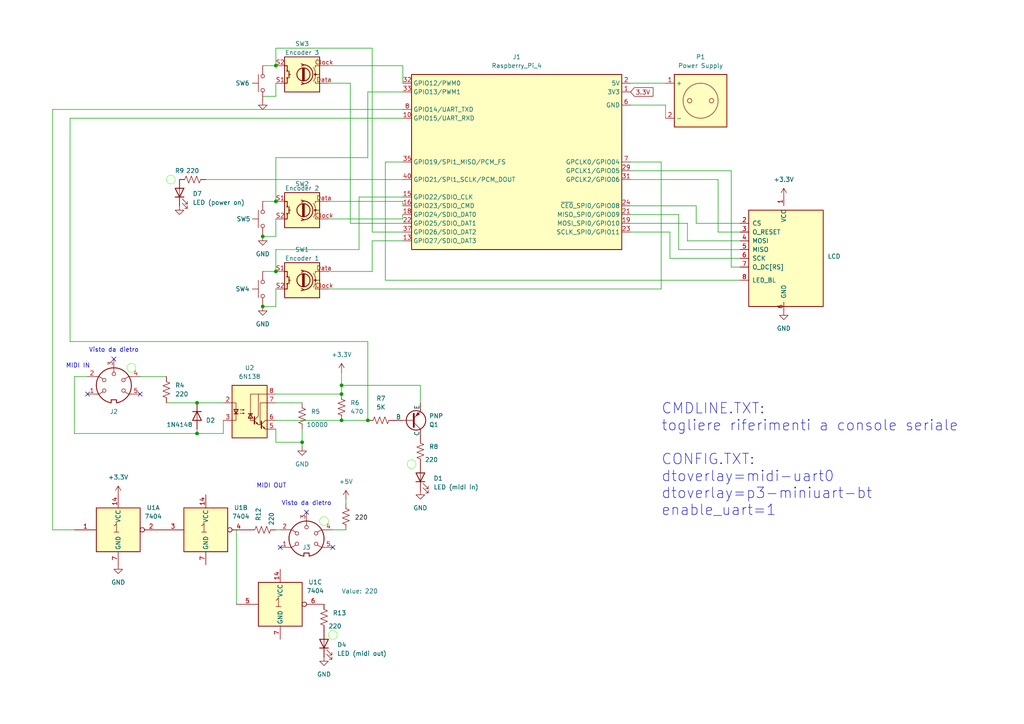
<source format=kicad_sch>
(kicad_sch (version 20250114) (generator "eeschema") (generator_version "9.0")
  (paper "A4")
  (lib_symbols
    (symbol "7404_1"
      (property "Reference" "U" (at 5.08 7.62 0))
      (property "Value" "7404" (at 3.81 -8.89 0))
      (symbol "7404_1_0_0"
        (text "1" (at -0.508 0.508 0) (effects (font (size 2.54 2.54))))
      )
      (symbol "7404_1_0_1"
        (rectangle (start -6.35 6.35) (end 6.35 -6.35) (stroke (width 0.254)) (fill (type background)))
        (pin power_in line (at 0 10.16 270) (length 3.81) (name "VCC") (number "14"))
        (pin power_in line (at 0 -10.16 90) (length 3.81) (name "GND") (number "7"))
      )
      (symbol "7404_1_1_1"
        (pin input line (at -12.7 0 0) (length 6.35) (name "~") (number "1"))
        (pin input inverted (at 12.7 0 180) (length 6.35) (name "~") (number "2"))
      )
      (symbol "7404_1_2_1"
        (pin input line (at -12.7 0 0) (length 6.35) (name "~") (number "3"))
        (pin input inverted (at 12.7 0 180) (length 6.35) (name "~") (number "4"))
      )
      (symbol "7404_1_3_1"
        (pin input line (at -12.7 0 0) (length 6.35) (name "~") (number "5"))
        (pin input inverted (at 12.7 0 180) (length 6.35) (name "~") (number "6"))
      )
      (symbol "7404_1_4_1"
        (pin input line (at -12.7 0 0) (length 6.35) (name "~") (number "9"))
        (pin input inverted (at 12.7 0 180) (length 6.35) (name "~") (number "8"))
      )
      (symbol "7404_1_5_1"
        (pin input line (at -12.7 0 0) (length 6.35) (name "~") (number "11"))
        (pin input inverted (at 12.7 0 180) (length 6.35) (name "~") (number "10"))
      )
      (symbol "7404_1_6_1"
        (pin input line (at -12.7 0 0) (length 6.35) (name "~") (number "13"))
        (pin input inverted (at 12.7 0 180) (length 6.35) (name "~") (number "12"))
      )
    )
    (symbol "74xx_IEEE:7404"
      (property "Reference" "U" (at 5.08 7.62 0))
      (property "Value" "7404" (at 3.81 -8.89 0))
      (symbol "7404_0_0"
        (text "1" (at -0.508 0.508 0) (effects (font (size 2.54 2.54))))
      )
      (symbol "7404_0_1"
        (rectangle (start -6.35 6.35) (end 6.35 -6.35) (stroke (width 0.254)) (fill (type background)))
        (pin power_in line (at 0 10.16 270) (length 3.81) (name "VCC") (number "14"))
        (pin power_in line (at 0 -10.16 90) (length 3.81) (name "GND") (number "7"))
      )
      (symbol "7404_1_1"
        (pin input line (at -12.7 0 0) (length 6.35) (name "~") (number "1"))
        (pin input inverted (at 12.7 0 180) (length 6.35) (name "~") (number "2"))
      )
      (symbol "7404_2_1"
        (pin input line (at -12.7 0 0) (length 6.35) (name "~") (number "3"))
        (pin input inverted (at 12.7 0 180) (length 6.35) (name "~") (number "4"))
      )
      (symbol "7404_3_1"
        (pin input line (at -12.7 0 0) (length 6.35) (name "~") (number "5"))
        (pin input inverted (at 12.7 0 180) (length 6.35) (name "~") (number "6"))
      )
      (symbol "7404_4_1"
        (pin input line (at -12.7 0 0) (length 6.35) (name "~") (number "9"))
        (pin input inverted (at 12.7 0 180) (length 6.35) (name "~") (number "8"))
      )
      (symbol "7404_5_1"
        (pin input line (at -12.7 0 0) (length 6.35) (name "~") (number "11"))
        (pin input inverted (at 12.7 0 180) (length 6.35) (name "~") (number "10"))
      )
      (symbol "7404_6_1"
        (pin input line (at -12.7 0 0) (length 6.35) (name "~") (number "13"))
        (pin input inverted (at 12.7 0 180) (length 6.35) (name "~") (number "12"))
      )
    )
    (symbol "Connector:Conn_Plug_2P"
      (property "Reference" "P1" (at 0 12.7 0))
      (property "Value" "Power Supply" (at 0 10.16 0))
      (symbol "Conn_Plug_2P_0_1"
        (circle (center 0 0) (radius 5.08))
      )
      (symbol "Conn_Plug_2P_1_1"
        (rectangle (start -7.62 7.62) (end 7.62 -7.62) (stroke (width 0.254)) (fill (type background)))
        (circle (center -3.175 0) (radius 0.635))
        (circle (center 3.175 0) (radius 0.635))
        (pin power_in line (at 10.16 5.08 180) (length 2.54) (name "+") (number "1"))
        (pin power_out line (at 10.16 -5.08 180) (length 2.54) (name "-") (number "2"))
      )
    )
    (symbol "Connector:DIN-5" (pin_names (offset 1.016))
      (property "Reference" "J" (at 3.175 5.715 0))
      (property "Value" "DIN-5" (at 0 -6.35 0))
      (symbol "DIN-5_0_1"
        (polyline (pts (xy -5.08 2.54) (xy -4.318 2.54) (xy -3.175 1.905)))
        (polyline (pts (xy -5.08 -2.54) (xy -4.318 -2.54) (xy -3.175 -1.905)))
        (circle (center -2.794 1.524) (radius 0.508))
        (circle (center -2.794 -1.524) (radius 0.508))
        (polyline (pts (xy -0.762 -4.953) (xy -0.762 -4.191) (xy 0.762 -4.191) (xy 0.762 -4.953)) (stroke (width 0.254)))
        (arc (start 5.08 0) (mid 3.8673 -3.3444) (end 0.762 -5.08) (stroke (width 0.254)))
        (polyline (pts (xy 0 5.08) (xy 0 3.81)))
        (circle (center 0 3.302) (radius 0.508))
        (arc (start -5.08 0) (mid 0 5.0579) (end 5.08 0) (stroke (width 0.254)))
        (arc (start -0.762 -5.08) (mid -3.8597 -3.3379) (end -5.08 0) (stroke (width 0.254)))
        (circle (center 2.794 1.524) (radius 0.508))
        (circle (center 2.794 -1.524) (radius 0.508))
        (polyline (pts (xy 5.08 2.54) (xy 4.318 2.54) (xy 3.175 1.905)))
        (polyline (pts (xy 5.08 -2.54) (xy 4.318 -2.54) (xy 3.175 -1.905)))
      )
      (symbol "DIN-5_1_1"
        (pin passive line (at -7.62 2.54 0) (length 2.54) (name "~") (number "2"))
        (pin passive line (at -7.62 -2.54 0) (length 2.54) (name "~") (number "1"))
        (pin passive line (at 0 7.62 270) (length 2.54) (name "~") (number "3"))
        (pin passive line (at 7.62 2.54 180) (length 2.54) (name "~") (number "4"))
        (pin passive line (at 7.62 -2.54 180) (length 2.54) (name "~") (number "5"))
      )
    )
    (symbol "Connector:Raspberry_Pi_4"
      (property "Reference" "J1" (at 0 30.48 0))
      (property "Value" "Raspberry_Pi_4" (at 0 27.94 0))
      (symbol "Raspberry_Pi_4_0_1"
        (rectangle (start -30.48 25.4) (end 30.48 -25.4) (stroke (width 0.254)) (fill (type background)))
      )
      (symbol "Raspberry_Pi_4_1_1"
        (pin bidirectional line (at -33.02 22.86 0) (length 2.54) (name "GPIO12/PWM0") (number "32"))
        (pin bidirectional line (at -33.02 20.32 0) (length 2.54) (name "GPIO13/PWM1") (number "33"))
        (pin bidirectional line (at -33.02 15.24 0) (length 2.54) (name "GPIO14/UART_TXD") (number "8"))
        (pin bidirectional line (at -33.02 12.7 0) (length 2.54) (name "GPIO15/UART_RXD") (number "10"))
        (pin bidirectional line (at -33.02 0 0) (length 2.54) (name "GPIO19/SPI1_MISO/PCM_FS") (number "35"))
        (pin bidirectional line (at -33.02 -5.08 0) (length 2.54) (name "GPIO21/SPI1_SCLK/PCM_DOUT") (number "40"))
        (pin bidirectional line (at -33.02 -10.16 0) (length 2.54) (name "GPIO22/SDIO_CLK") (number "15"))
        (pin bidirectional line (at -33.02 -12.7 0) (length 2.54) (name "GPIO23/SDIO_CMD") (number "16"))
        (pin bidirectional line (at -33.02 -15.24 0) (length 2.54) (name "GPIO24/SDIO_DAT0") (number "18"))
        (pin bidirectional line (at -33.02 -17.78 0) (length 2.54) (name "GPIO25/SDIO_DAT1") (number "22"))
        (pin bidirectional line (at -33.02 -20.32 0) (length 2.54) (name "GPIO26/SDIO_DAT2") (number "37"))
        (pin bidirectional line (at -33.02 -22.86 0) (length 2.54) (name "GPIO27/SDIO_DAT3") (number "13"))
        (pin passive line (at 0 -27.94 90) (length 2.54) (hide yes) (name "GND") (number "14"))
        (pin passive line (at 0 -27.94 90) (length 2.54) (hide yes) (name "GND") (number "20"))
        (pin passive line (at 0 -27.94 90) (length 2.54) (hide yes) (name "GND") (number "25"))
        (pin passive line (at 0 -27.94 90) (length 2.54) (hide yes) (name "GND") (number "30"))
        (pin passive line (at 0 -27.94 90) (length 2.54) (hide yes) (name "GND") (number "34"))
        (pin passive line (at 0 -27.94 90) (length 2.54) (hide yes) (name "GND") (number "39"))
        (pin passive line (at 0 -27.94 90) (length 2.54) (hide yes) (name "GND") (number "9"))
        (pin power_out line (at 33.02 22.86 180) (length 2.54) (name "5V") (number "2"))
        (pin passive line (at 33.02 22.86 180) (length 2.54) (hide yes) (name "5V") (number "4"))
        (pin power_out line (at 33.02 20.32 180) (length 2.54) (name "3V3") (number "1"))
        (pin passive line (at 33.02 20.32 180) (length 2.54) (hide yes) (name "3V3") (number "17"))
        (pin power_out line (at 33.02 16.51 180) (length 2.54) (name "GND") (number "6"))
        (pin bidirectional line (at 33.02 0 180) (length 2.54) (name "GPCLK0/GPIO04") (number "7"))
        (pin bidirectional line (at 33.02 -2.54 180) (length 2.54) (name "GPCLK1/GPIO05") (number "29"))
        (pin bidirectional line (at 33.02 -5.08 180) (length 2.54) (name "GPCLK2/GPIO06") (number "31"))
        (pin bidirectional line (at 33.02 -12.7 180) (length 2.54) (name "~{CE0}_SPI0/GPIO08") (number "24"))
        (pin bidirectional line (at 33.02 -15.24 180) (length 2.54) (name "MISO_SPI0/GPIO09") (number "21"))
        (pin bidirectional line (at 33.02 -17.78 180) (length 2.54) (name "MOSI_SPI0/GPIO10") (number "19"))
        (pin bidirectional line (at 33.02 -20.32 180) (length 2.54) (name "SCLK_SPI0/GPIO11") (number "23"))
      )
    )
    (symbol "Device:LED" (pin_numbers (hide yes)) (pin_names (offset 1.016) (hide yes))
      (property "Reference" "D" (at 0 2.54 0))
      (property "Value" "LED" (at 0 -2.54 0))
      (symbol "LED_0_1"
        (polyline (pts (xy -3.048 -0.762) (xy -4.572 -2.286) (xy -3.81 -2.286) (xy -4.572 -2.286) (xy -4.572 -1.524)))
        (polyline (pts (xy -1.778 -0.762) (xy -3.302 -2.286) (xy -2.54 -2.286) (xy -3.302 -2.286) (xy -3.302 -1.524)))
        (polyline (pts (xy -1.27 0) (xy 1.27 0)))
        (polyline (pts (xy -1.27 -1.27) (xy -1.27 1.27)) (stroke (width 0.254)))
        (polyline (pts (xy 1.27 -1.27) (xy 1.27 1.27) (xy -1.27 0) (xy 1.27 -1.27)) (stroke (width 0.254)))
      )
      (symbol "LED_1_1"
        (pin passive line (at -3.81 0 0) (length 2.54) (name "K") (number "1"))
        (pin passive line (at 3.81 0 180) (length 2.54) (name "A") (number "2"))
      )
    )
    (symbol "Device:R_US" (pin_numbers (hide yes)) (pin_names (offset 0))
      (property "Reference" "R" (at 2.54 0 90))
      (property "Value" "R_US" (at -2.54 0 90))
      (symbol "R_US_0_1"
        (polyline (pts (xy 0 2.286) (xy 0 2.54)))
        (polyline (pts (xy 0 2.286) (xy 1.016 1.905) (xy 0 1.524) (xy -1.016 1.143) (xy 0 0.762)))
        (polyline (pts (xy 0 0.762) (xy 1.016 0.381) (xy 0 0) (xy -1.016 -0.381) (xy 0 -0.762)))
        (polyline (pts (xy 0 -0.762) (xy 1.016 -1.143) (xy 0 -1.524) (xy -1.016 -1.905) (xy 0 -2.286)))
        (polyline (pts (xy 0 -2.286) (xy 0 -2.54)))
      )
      (symbol "R_US_1_1"
        (pin passive line (at 0 3.81 270) (length 1.27) (name "~") (number "1"))
        (pin passive line (at 0 -3.81 90) (length 1.27) (name "~") (number "2"))
      )
    )
    (symbol "Diode:1N4148" (pin_numbers (hide yes)) (pin_names (hide yes))
      (property "Reference" "D" (at 0 2.54 0))
      (property "Value" "1N4148" (at 0 -2.54 0))
      (symbol "1N4148_0_1"
        (polyline (pts (xy -1.27 1.27) (xy -1.27 -1.27)) (stroke (width 0.254)))
        (polyline (pts (xy 1.27 1.27) (xy 1.27 -1.27) (xy -1.27 0) (xy 1.27 1.27)) (stroke (width 0.254)))
        (polyline (pts (xy 1.27 0) (xy -1.27 0)))
      )
      (symbol "1N4148_1_1"
        (pin passive line (at -3.81 0 0) (length 2.54) (name "K") (number "1"))
        (pin passive line (at 3.81 0 180) (length 2.54) (name "A") (number "2"))
      )
    )
    (symbol "Display_Graphic:EA_eDIP320B-8LW" (pin_names (offset 1.016))
      (property "Value" "LCD" (at 12.7 13.2716 0))
      (symbol "EA_eDIP320B-8LW_0_1"
        (rectangle (start -10.16 26.67) (end 11.43 -1.27) (stroke (width 0.254)) (fill (type background)))
      )
      (symbol "EA_eDIP320B-8LW_1_1"
        (pin input line (at -12.7 22.86 0) (length 2.54) (name "CS") (number "2"))
        (pin output line (at -12.7 20.32 0) (length 2.54) (name "O_RESET") (number "3"))
        (pin input line (at -12.7 17.78 0) (length 2.54) (name "MOSI") (number "4"))
        (pin output line (at -12.7 15.24 0) (length 2.54) (name "MISO") (number "5"))
        (pin output line (at -12.7 12.7 0) (length 2.54) (name "SCK") (number "6"))
        (pin input line (at -12.7 10.16 0) (length 2.54) (name "O_DC[RS]") (number "7"))
        (pin input line (at -12.7 6.35 0) (length 2.54) (name "LED_BL") (number "8"))
        (pin power_in line (at 0 30.48 270) (length 2.54) (name "VCC") (number "1"))
        (pin power_in line (at 0 -2.54 90) (length 2.54) (name "GND") (number "6"))
      )
    )
    (symbol "Isolator:6N138" (pin_names (offset 1.016) (hide yes))
      (property "Reference" "U" (at -4.064 8.89 0))
      (property "Value" "6N138" (at 2.286 8.89 0))
      (symbol "6N138_0_1"
        (rectangle (start -5.08 7.62) (end 5.08 -7.62) (stroke (width 0.254)) (fill (type background)))
        (polyline (pts (xy -5.08 -2.54) (xy -3.937 -2.54) (xy -3.937 2.54) (xy -5.08 2.54)))
        (polyline (pts (xy -4.572 -0.635) (xy -3.302 -0.635)) (stroke (width 0.254)))
        (polyline (pts (xy -3.937 -0.635) (xy -4.572 0.635) (xy -3.302 0.635) (xy -3.937 -0.635)) (stroke (width 0.254)))
        (polyline (pts (xy -2.794 0.508) (xy -1.524 0.508) (xy -1.905 0.381) (xy -1.905 0.635) (xy -1.524 0.508)))
        (polyline (pts (xy -2.794 -0.508) (xy -1.524 -0.508) (xy -1.905 -0.635) (xy -1.905 -0.381) (xy -1.524 -0.508)))
        (polyline (pts (xy 0.254 -0.635) (xy 0.889 -1.905) (xy -0.381 -1.905) (xy 0.254 -0.635)) (stroke (width 0.254)))
        (polyline (pts (xy 0.889 -0.635) (xy -0.381 -0.635)) (stroke (width 0.254)))
        (polyline (pts (xy 1.27 -2.54) (xy 0.254 -2.54) (xy 0.254 5.08) (xy 2.54 5.08)))
        (polyline (pts (xy 1.397 -1.524) (xy 1.397 -3.556) (xy 1.397 -3.556)) (stroke (width 0.3556)))
        (polyline (pts (xy 1.397 -2.413) (xy 2.54 -1.27)))
        (polyline (pts (xy 1.397 -2.667) (xy 2.54 -3.81)))
        (polyline (pts (xy 2.413 -3.683) (xy 2.159 -3.175) (xy 1.905 -3.429) (xy 2.413 -3.683)))
        (polyline (pts (xy 2.54 -1.27) (xy 2.54 5.08) (xy 5.08 5.08)))
        (polyline (pts (xy 2.54 -3.81) (xy 3.175 -3.81)))
        (polyline (pts (xy 3.429 -2.794) (xy 3.429 -4.826) (xy 3.429 -4.826)) (stroke (width 0.3556)))
        (polyline (pts (xy 3.429 -3.683) (xy 4.572 -2.54)))
        (polyline (pts (xy 3.429 -3.937) (xy 4.572 -5.08)))
        (polyline (pts (xy 4.445 -4.953) (xy 4.191 -4.445) (xy 3.937 -4.699) (xy 4.445 -4.953)))
        (polyline (pts (xy 4.572 -2.54) (xy 5.08 -2.54)))
        (polyline (pts (xy 4.572 -5.08) (xy 5.08 -5.08)))
        (polyline (pts (xy 5.08 2.54) (xy 3.048 2.54) (xy 3.048 -3.81)))
      )
      (symbol "6N138_1_1"
        (pin passive line (at -7.62 2.54 0) (length 2.54) (name "C1") (number "2"))
        (pin passive line (at -7.62 -2.54 0) (length 2.54) (name "C2") (number "3"))
        (pin no_connect line (at -5.08 5.08 0) (length 2.54) (hide yes) (name "NC") (number "1"))
        (pin no_connect line (at -5.08 -5.08 0) (length 2.54) (hide yes) (name "NC") (number "4"))
        (pin passive line (at 7.62 5.08 180) (length 2.54) (name "VCC") (number "8"))
        (pin passive line (at 7.62 2.54 180) (length 2.54) (name "VO1") (number "7"))
        (pin passive line (at 7.62 -2.54 180) (length 2.54) (name "VO2") (number "6"))
        (pin passive line (at 7.62 -5.08 180) (length 2.54) (name "GND") (number "5"))
      )
    )
    (symbol "RotaryEncoder_Switch_1" (pin_names (offset 0.254) (hide yes))
      (property "Reference" "SW1" (at 0 10.16 0))
      (property "Value" "RotaryEncoder_Switch" (at 0 7.62 0))
      (symbol "RotaryEncoder_Switch_1_0_1"
        (rectangle (start -5.08 5.08) (end 5.08 -5.08) (stroke (width 0.254)) (fill (type background)))
        (polyline (pts (xy -5.08 2.54) (xy -3.81 2.54) (xy -3.81 2.032)))
        (polyline (pts (xy -5.08 0) (xy -3.81 0) (xy -3.81 -1.016) (xy -3.302 -2.032)))
        (polyline (pts (xy -5.08 -2.54) (xy -3.81 -2.54) (xy -3.81 -2.032)))
        (polyline (pts (xy -4.318 0) (xy -3.81 0) (xy -3.81 1.016) (xy -3.302 2.032)))
        (circle (center -3.81 0) (radius 0.254) (fill (type outline)))
        (polyline (pts (xy -0.635 -1.778) (xy -0.635 1.778)) (stroke (width 0.254)))
        (circle (center -0.381 0) (radius 1.905) (stroke (width 0.254)))
        (polyline (pts (xy -0.381 -1.778) (xy -0.381 1.778)) (stroke (width 0.254)))
        (arc (start -0.381 -2.794) (mid -3.0988 -0.0635) (end -0.381 2.667) (stroke (width 0.254)))
        (polyline (pts (xy -0.127 1.778) (xy -0.127 -1.778)) (stroke (width 0.254)))
        (polyline (pts (xy 0.254 2.921) (xy -0.508 2.667) (xy 0.127 2.286)) (stroke (width 0.254)))
        (polyline (pts (xy 0.254 -3.048) (xy -0.508 -2.794) (xy 0.127 -2.413)) (stroke (width 0.254)))
        (polyline (pts (xy 3.81 1.016) (xy 3.81 -1.016)) (stroke (width 0.254)))
        (polyline (pts (xy 3.81 0) (xy 3.429 0)) (stroke (width 0.254)))
        (circle (center 4.318 1.016) (radius 0.127) (stroke (width 0.254)))
        (circle (center 4.318 -1.016) (radius 0.127) (stroke (width 0.254)))
        (polyline (pts (xy 5.08 2.54) (xy 4.318 2.54) (xy 4.318 1.016)) (stroke (width 0.254)))
        (polyline (pts (xy 5.08 -2.54) (xy 4.318 -2.54) (xy 4.318 -1.016)) (stroke (width 0.254)))
      )
      (symbol "RotaryEncoder_Switch_1_1_1"
        (pin passive line (at -7.62 2.54 0) (length 2.54) (name "Data") (number "Data"))
        (pin passive line (at -7.62 -2.54 0) (length 2.54) (name "Clock") (number "Clock"))
        (pin passive line (at 7.62 2.54 180) (length 2.54) (name "S1") (number "S1"))
        (pin passive line (at 7.62 -2.54 180) (length 2.54) (name "S2") (number "S2"))
      )
    )
    (symbol "Simulation_SPICE:PNP" (pin_numbers (hide yes)) (pin_names (offset 0))
      (property "Reference" "Q" (at -2.54 7.62 0))
      (property "Value" "PNP" (at -2.54 5.08 0))
      (symbol "PNP_0_1"
        (polyline (pts (xy -2.54 0) (xy 0.635 0)) (stroke (width 0.1524)))
        (polyline (pts (xy 0.635 1.905) (xy 0.635 -1.905) (xy 0.635 -1.905)) (stroke (width 0.508)))
        (polyline (pts (xy 0.635 0.635) (xy 2.54 2.54)))
        (polyline (pts (xy 0.635 -0.635) (xy 2.54 -2.54) (xy 2.54 -2.54)))
        (circle (center 1.27 0) (radius 2.8194) (stroke (width 0.254)))
        (polyline (pts (xy 2.286 -1.778) (xy 1.778 -2.286) (xy 1.27 -1.27) (xy 2.286 -1.778) (xy 2.286 -1.778)) (fill (type outline)))
      )
      (symbol "PNP_1_1"
        (pin input line (at -5.08 0 0) (length 2.54) (name "B") (number "2"))
        (pin open_collector line (at 2.54 5.08 270) (length 2.54) (name "C") (number "1"))
        (pin open_emitter line (at 2.54 -5.08 90) (length 2.54) (name "E") (number "3"))
      )
    )
    (symbol "Switch:SW_Push" (pin_numbers (hide yes)) (pin_names (offset 1.016) (hide yes))
      (property "Reference" "SW" (at 1.27 2.54 0))
      (property "Value" "SW_Push" (at 0 -1.524 0))
      (symbol "SW_Push_0_1"
        (circle (center -2.032 0) (radius 0.508))
        (polyline (pts (xy 0 1.27) (xy 0 3.048)))
        (circle (center 2.032 0) (radius 0.508))
        (polyline (pts (xy 2.54 1.27) (xy -2.54 1.27)))
        (pin passive line (at -5.08 0 0) (length 2.54) (name "1") (number "1"))
        (pin passive line (at 5.08 0 180) (length 2.54) (name "2") (number "2"))
      )
    )
    (symbol "power:+3.3V" (power) (pin_numbers (hide yes)) (pin_names (offset 0) (hide yes))
      (property "Value" "+3.3V" (at 0 3.556 0))
      (symbol "+3.3V_0_1"
        (polyline (pts (xy -0.762 1.27) (xy 0 2.54)))
        (polyline (pts (xy 0 2.54) (xy 0.762 1.27)))
        (polyline (pts (xy 0 0) (xy 0 2.54)))
      )
      (symbol "+3.3V_1_1"
        (pin power_in line (at 0 0 90) (length 0) (name "~") (number "1"))
      )
    )
    (symbol "power:+5V" (power) (pin_numbers (hide yes)) (pin_names (offset 0) (hide yes))
      (property "Value" "+5V" (at 0 3.556 0))
      (symbol "+5V_0_1"
        (polyline (pts (xy -0.762 1.27) (xy 0 2.54)))
        (polyline (pts (xy 0 2.54) (xy 0.762 1.27)))
        (polyline (pts (xy 0 0) (xy 0 2.54)))
      )
      (symbol "+5V_1_1"
        (pin power_in line (at 0 0 90) (length 0) (name "~") (number "1"))
      )
    )
    (symbol "power:GND" (power) (pin_numbers (hide yes)) (pin_names (offset 0) (hide yes))
      (property "Value" "GND" (at 0 -3.81 0))
      (symbol "GND_0_1"
        (polyline (pts (xy 0 0) (xy 0 -1.27) (xy 1.27 -1.27) (xy 0 -2.54) (xy -1.27 -1.27) (xy 0 -1.27)))
      )
      (symbol "GND_1_1"
        (pin power_in line (at 0 0 270) (length 0) (name "~") (number "1"))
      )
    )
  )
  (circle (center 93.98 151.13) (radius 1.27) (stroke (width 0) (color 96 255 52 1)) (fill (type color) (color 255 255 255 1)))
  (circle (center 38.1 106.68) (radius 1.27) (stroke (width 0) (color 96 255 52 1)) (fill (type color) (color 255 255 255 1)))
  (circle (center 119.38 134.62) (radius 1.27) (stroke (width 0) (color 96 255 52 1)) (fill (type color) (color 255 255 255 1)))
  (circle (center 49.53 52.07) (radius 1.27) (stroke (width 0) (color 96 255 52 1)) (fill (type color) (color 255 255 255 1)))
  (circle (center 96.52 184.15) (radius 1.27) (stroke (width 0) (color 96 255 52 1)) (fill (type color) (color 255 255 255 1)))
  (text "Visto da dietro" (at 33.02 101.6 0) (effects (font (size 1.27 1.27))))
  (text "CMDLINE.TXT:\ntogliere riferimenti a console seriale\n\nCONFIG.TXT:\ndtoverlay=midi-uart0\ndtoverlay=p3-miniuart-bt\nenable_uart=1\n" (at 191.77 133.35 0) (effects (font (size 3.048 3.048)) (justify left)))
  (text "Visto da dietro" (at 88.9 146.05 0) (effects (font (size 1.27 1.27))))
  (text "MIDI IN" (at 22.606 106.172 0) (effects (font (size 1.27 1.27))))
  (text "MIDI OUT" (at 78.74 140.97 0) (effects (font (size 1.27 1.27))))
  (junction (at 99.06 114.3))
  (junction (at 76.2 68.58))
  (junction (at 99.06 111.76))
  (junction (at 80.01 19.05))
  (junction (at 57.15 116.84))
  (junction (at 80.01 58.42))
  (junction (at 80.01 78.74))
  (junction (at 99.06 121.92))
  (junction (at 76.2 88.9))
  (junction (at 87.63 128.27))
  (junction (at 57.15 125.73))
  (junction (at 106.68 121.92))
  (no_connect (at 88.9 148.59))
  (no_connect (at 25.4 114.3))
  (no_connect (at 33.02 104.14))
  (no_connect (at 96.52 158.75))
  (no_connect (at 40.64 114.3))
  (no_connect (at 81.28 158.75))
  (wire (pts (xy 212.09 49.53) (xy 212.09 77.47)))
  (wire (pts (xy 106.68 121.92) (xy 99.06 121.92)))
  (wire (pts (xy 21.59 109.22) (xy 21.59 125.73)))
  (wire (pts (xy 96.52 153.67) (xy 100.33 153.67)))
  (wire (pts (xy 80.01 24.13) (xy 80.01 27.94)))
  (wire (pts (xy 107.95 78.74) (xy 107.95 69.85)))
  (wire (pts (xy 76.2 19.05) (xy 80.01 19.05)))
  (wire (pts (xy 95.25 58.42) (xy 116.84 58.42)))
  (wire (pts (xy 80.01 68.58) (xy 76.2 68.58)))
  (wire (pts (xy 80.01 116.84) (xy 87.63 116.84)))
  (wire (pts (xy 106.68 99.06) (xy 106.68 121.92)))
  (wire (pts (xy 68.58 153.67) (xy 68.58 175.26)))
  (wire (pts (xy 106.68 45.72) (xy 80.01 45.72)))
  (wire (pts (xy 107.95 13.97) (xy 80.01 13.97)))
  (wire (pts (xy 80.01 114.3) (xy 99.06 114.3)))
  (wire (pts (xy 193.04 30.48) (xy 193.04 34.29)))
  (wire (pts (xy 196.85 62.23) (xy 196.85 72.39)))
  (wire (pts (xy 95.25 19.05) (xy 116.84 19.05)))
  (wire (pts (xy 101.6 24.13) (xy 101.6 64.77)))
  (wire (pts (xy 15.24 153.67) (xy 21.59 153.67)))
  (wire (pts (xy 64.77 125.73) (xy 57.15 125.73)))
  (wire (pts (xy 99.06 107.95) (xy 99.06 111.76)))
  (wire (pts (xy 80.01 121.92) (xy 99.06 121.92)))
  (wire (pts (xy 201.93 64.77) (xy 214.63 64.77)))
  (wire (pts (xy 48.26 116.84) (xy 57.15 116.84)))
  (wire (pts (xy 182.88 67.31) (xy 194.31 67.31)))
  (wire (pts (xy 80.01 128.27) (xy 87.63 128.27)))
  (wire (pts (xy 191.77 83.82) (xy 95.25 83.82)))
  (wire (pts (xy 99.06 111.76) (xy 121.92 111.76)))
  (wire (pts (xy 57.15 116.84) (xy 64.77 116.84)))
  (wire (pts (xy 116.84 46.99) (xy 111.76 46.99)))
  (wire (pts (xy 101.6 24.13) (xy 95.25 24.13)))
  (wire (pts (xy 182.88 64.77) (xy 199.39 64.77)))
  (wire (pts (xy 121.92 116.84) (xy 121.92 111.76)))
  (wire (pts (xy 25.4 109.22) (xy 21.59 109.22)))
  (wire (pts (xy 40.64 109.22) (xy 48.26 109.22)))
  (wire (pts (xy 95.25 78.74) (xy 107.95 78.74)))
  (wire (pts (xy 107.95 67.31) (xy 107.95 13.97)))
  (wire (pts (xy 182.88 52.07) (xy 208.28 52.07)))
  (wire (pts (xy 199.39 69.85) (xy 214.63 69.85)))
  (wire (pts (xy 76.2 78.74) (xy 80.01 78.74)))
  (wire (pts (xy 20.32 99.06) (xy 106.68 99.06)))
  (wire (pts (xy 76.2 27.94) (xy 80.01 27.94)))
  (wire (pts (xy 212.09 77.47) (xy 214.63 77.47)))
  (wire (pts (xy 99.06 111.76) (xy 99.06 114.3)))
  (wire (pts (xy 104.14 57.15) (xy 104.14 72.39)))
  (wire (pts (xy 116.84 19.05) (xy 116.84 24.13)))
  (wire (pts (xy 80.01 124.46) (xy 80.01 128.27)))
  (wire (pts (xy 101.6 64.77) (xy 116.84 64.77)))
  (wire (pts (xy 104.14 72.39) (xy 80.01 72.39)))
  (wire (pts (xy 191.77 46.99) (xy 191.77 83.82)))
  (wire (pts (xy 80.01 63.5) (xy 80.01 68.58)))
  (wire (pts (xy 80.01 88.9) (xy 76.2 88.9)))
  (wire (pts (xy 80.01 83.82) (xy 80.01 88.9)))
  (wire (pts (xy 76.2 58.42) (xy 80.01 58.42)))
  (wire (pts (xy 80.01 13.97) (xy 80.01 19.05)))
  (wire (pts (xy 182.88 30.48) (xy 193.04 30.48)))
  (wire (pts (xy 80.01 153.67) (xy 81.28 153.67)))
  (wire (pts (xy 182.88 46.99) (xy 191.77 46.99)))
  (wire (pts (xy 80.01 45.72) (xy 80.01 58.42)))
  (wire (pts (xy 208.28 52.07) (xy 208.28 67.31)))
  (wire (pts (xy 116.84 57.15) (xy 104.14 57.15)))
  (wire (pts (xy 87.63 128.27) (xy 87.63 129.54)))
  (wire (pts (xy 87.63 124.46) (xy 87.63 128.27)))
  (wire (pts (xy 116.84 58.42) (xy 116.84 59.69)))
  (wire (pts (xy 57.15 124.46) (xy 57.15 125.73)))
  (wire (pts (xy 106.68 26.67) (xy 106.68 45.72)))
  (wire (pts (xy 182.88 49.53) (xy 212.09 49.53)))
  (wire (pts (xy 95.25 63.5) (xy 116.84 63.5)))
  (wire (pts (xy 80.01 72.39) (xy 80.01 78.74)))
  (wire (pts (xy 182.88 24.13) (xy 193.04 24.13)))
  (wire (pts (xy 182.88 62.23) (xy 196.85 62.23)))
  (wire (pts (xy 20.32 34.29) (xy 20.32 99.06)))
  (wire (pts (xy 208.28 67.31) (xy 214.63 67.31)))
  (wire (pts (xy 182.88 59.69) (xy 201.93 59.69)))
  (wire (pts (xy 20.32 34.29) (xy 116.84 34.29)))
  (wire (pts (xy 107.95 69.85) (xy 116.84 69.85)))
  (wire (pts (xy 199.39 64.77) (xy 199.39 69.85)))
  (wire (pts (xy 111.76 81.28) (xy 214.63 81.28)))
  (wire (pts (xy 194.31 67.31) (xy 194.31 74.93)))
  (wire (pts (xy 15.24 31.75) (xy 15.24 153.67)))
  (wire (pts (xy 15.24 31.75) (xy 116.84 31.75)))
  (wire (pts (xy 196.85 72.39) (xy 214.63 72.39)))
  (wire (pts (xy 201.93 59.69) (xy 201.93 64.77)))
  (wire (pts (xy 116.84 26.67) (xy 106.68 26.67)))
  (wire (pts (xy 21.59 125.73) (xy 57.15 125.73)))
  (wire (pts (xy 194.31 74.93) (xy 214.63 74.93)))
  (wire (pts (xy 116.84 63.5) (xy 116.84 62.23)))
  (wire (pts (xy 116.84 67.31) (xy 107.95 67.31)))
  (wire (pts (xy 59.69 52.07) (xy 116.84 52.07)))
  (wire (pts (xy 64.77 121.92) (xy 64.77 125.73)))
  (wire (pts (xy 100.33 144.78) (xy 100.33 146.05)))
  (wire (pts (xy 111.76 46.99) (xy 111.76 81.28)))
  (label "220" (at 102.87 151.13 0))
  (global_label "3.3V" (shape input) (at 182.88 26.67 0) (property "Intersheetrefs" "${INTERSHEET_REFS}" (effects (hide yes))))
  (symbol (lib_id "power:GND") (at 34.29 163.83 0) (unit 1)
    (property "Reference" "#PWR08" (effects (hide yes)))
    (property "Value" "GND" (at 34.29 168.91 0))
    (property "Description" "Power symbol creates a global label with name \"GND\" , ground" (effects (hide yes)))
  )
  (symbol (lib_id "Connector:DIN-5") (at 88.9 156.21 0) (unit 1)
    (property "Reference" "J3" (at 88.9 158.75 0))
    (property "Value" "DIN-5" (effects (hide yes)))
    (property "Footprint" "Connector_PinHeader_2.54mm:PinHeader_1x05_P2.54mm_Vertical" (effects (hide yes)))
    (property "Datasheet" "http://www.mouser.com/ds/2/18/40_c091_abd_e-75918.pdf" (effects (hide yes)))
    (property "Description" "5-pin DIN connector" (effects (hide yes)))
  )
  (symbol (lib_id "power:GND") (at 87.63 129.54 0) (unit 1)
    (property "Reference" "#PWR05" (effects (hide yes)))
    (property "Value" "GND" (at 87.63 134.62 0))
    (property "Description" "Power symbol creates a global label with name \"GND\" , ground" (effects (hide yes)))
  )
  (symbol (lib_id "power:GND") (at 93.98 190.5 0) (unit 1)
    (property "Reference" "#PWR09" (effects (hide yes)))
    (property "Value" "GND" (at 93.98 195.58 0))
    (property "Description" "Power symbol creates a global label with name \"GND\" , ground" (effects (hide yes)))
  )
  (symbol (lib_id "Connector:DIN-5") (at 33.02 111.76 0) (unit 1)
    (property "Reference" "J2" (at 33.0201 119.38 0))
    (property "Value" "DIN-5" (effects (hide yes)))
    (property "Footprint" "Connector_PinHeader_2.54mm:PinHeader_1x05_P2.54mm_Vertical" (effects (hide yes)))
    (property "Datasheet" "http://www.mouser.com/ds/2/18/40_c091_abd_e-75918.pdf" (effects (hide yes)))
    (property "Description" "5-pin DIN connector" (effects (hide yes)))
  )
  (symbol (lib_id "74xx_IEEE:7404") (at 81.28 175.26 0) (unit 3)
    (property "Reference" "U1" (at 91.44 168.8398 0))
    (property "Value" "7404" (at 91.44 171.3798 0))
  )
  (symbol (lib_id "Device:R_US") (at 110.49 121.92 90) (unit 1)
    (property "Reference" "R7" (at 110.49 115.57 90))
    (property "Value" "5K" (at 110.49 118.11 90))
    (property "Footprint" "Resistor_THT:R_Axial_DIN0204_L3.6mm_D1.6mm_P7.62mm_Horizontal" (effects (hide yes)))
    (property "Description" "Resistor, US symbol" (effects (hide yes)))
  )
  (symbol (lib_id "Device:R_US") (at 76.2 153.67 90) (unit 1)
    (property "Reference" "R12" (at 74.9299 151.13 0) (effects (justify left)))
    (property "Value" "220" (at 78.74 152.4 0) (effects (justify left)))
    (property "Footprint" "Resistor_THT:R_Axial_DIN0204_L3.6mm_D1.6mm_P7.62mm_Horizontal" (effects (hide yes)))
    (property "Description" "Resistor, US symbol" (effects (hide yes)))
  )
  (symbol (lib_id "Device:LED") (at 52.07 55.88 90) (unit 1)
    (property "Reference" "D7" (at 55.88 56.1974 90) (effects (justify right)))
    (property "Value" "LED (power on)" (at 55.88 58.7374 90) (effects (justify right)))
    (property "Description" "Light emitting diode" (effects (hide yes)))
  )
  (symbol (lib_id "Device:R_US") (at 93.98 179.07 0) (unit 1)
    (property "Reference" "R13" (at 96.52 177.7999 0) (effects (justify left)))
    (property "Value" "220" (at 95.25 181.61 0) (effects (justify left)))
    (property "Footprint" "Resistor_THT:R_Axial_DIN0204_L3.6mm_D1.6mm_P7.62mm_Horizontal" (effects (hide yes)))
    (property "Description" "Resistor, US symbol" (effects (hide yes)))
  )
  (symbol (lib_id "Device:R_US") (at 100.33 149.86 180) (unit 1)
    (property "Reference" "R11" (effects (hide yes)))
    (property "Value" "220" (at 99.06 171.4499 0) (show_name yes) (effects (justify right)))
    (property "Footprint" "Resistor_THT:R_Axial_DIN0204_L3.6mm_D1.6mm_P7.62mm_Horizontal" (effects (hide yes)))
    (property "Description" "Resistor, US symbol" (effects (hide yes)))
  )
  (symbol (lib_id "Device:R_US") (at 99.06 118.11 0) (unit 1)
    (property "Reference" "R6" (at 101.6 116.8399 0) (effects (justify left)))
    (property "Value" "470" (at 101.6 119.3799 0) (effects (justify left)))
    (property "Footprint" "Resistor_THT:R_Axial_DIN0204_L3.6mm_D1.6mm_P7.62mm_Horizontal" (effects (hide yes)))
    (property "Description" "Resistor, US symbol" (effects (hide yes)))
  )
  (symbol (lib_id "Device:R_US") (at 121.92 130.81 0) (unit 1)
    (property "Reference" "R8" (at 124.46 129.5399 0) (effects (justify left)))
    (property "Value" "220" (at 123.19 133.35 0) (effects (justify left)))
    (property "Footprint" "Resistor_THT:R_Axial_DIN0204_L3.6mm_D1.6mm_P7.62mm_Horizontal" (effects (hide yes)))
    (property "Description" "Resistor, US symbol" (effects (hide yes)))
  )
  (symbol (lib_id "Device:LED") (at 93.98 186.69 90) (unit 1)
    (property "Reference" "D4" (at 97.79 187.0074 90) (effects (justify right)))
    (property "Value" "LED (midi out)" (at 97.79 189.5474 90) (effects (justify right)))
    (property "Description" "Light emitting diode" (effects (hide yes)))
  )
  (symbol (lib_name "7404_1") (lib_id "74xx_IEEE:7404") (at 59.69 153.67 0) (unit 2)
    (property "Reference" "U1" (at 69.85 147.2498 0))
    (property "Value" "7404" (at 69.85 149.7898 0))
  )
  (symbol (lib_id "power:GND") (at 76.2 88.9 0) (unit 1)
    (property "Reference" "#PWR07" (effects (hide yes)))
    (property "Value" "GND" (at 76.2 93.98 0))
    (property "Description" "Power symbol creates a global label with name \"GND\" , ground" (effects (hide yes)))
  )
  (symbol (lib_id "Switch:SW_Push") (at 76.2 83.82 90) (unit 1)
    (property "Reference" "SW4" (at 72.39 83.8201 90) (effects (justify left)))
    (property "Value" "SW_Push" (effects (hide yes)))
    (property "Description" "Push button switch, generic, two pins" (effects (hide yes)))
  )
  (symbol (lib_id "Device:R_US") (at 87.63 120.65 0) (unit 1)
    (property "Reference" "R5" (at 90.17 119.3799 0) (effects (justify left)))
    (property "Value" "10000" (at 88.9 123.19 0) (effects (justify left)))
    (property "Footprint" "Resistor_THT:R_Axial_DIN0204_L3.6mm_D1.6mm_P7.62mm_Horizontal" (effects (hide yes)))
    (property "Description" "Resistor, US symbol" (effects (hide yes)))
  )
  (symbol (lib_id "Connector:Conn_Plug_2P") (at 203.2 29.21 0) (mirror y) (unit 1)
    (property "Reference" "P1" (at 203.2 16.51 0))
    (property "Value" "Power Supply" (at 203.2 19.05 0))
    (property "Description" "2 Pins non-protected generic plug" (effects (hide yes)))
  )
  (symbol (lib_name "RotaryEncoder_Switch_1") (lib_id "Device:RotaryEncoder_Switch") (at 87.63 21.59 180) (unit 1)
    (property "Reference" "SW3" (at 87.63 12.7 0))
    (property "Value" "Encoder 3" (at 87.63 15.24 0))
    (property "Description" "Rotary encoder, dual channel, incremental quadrate outputs, with switch" (effects (hide yes)))
  )
  (symbol (lib_id "power:GND") (at 76.2 68.58 0) (unit 1)
    (property "Reference" "#PWR012" (effects (hide yes)))
    (property "Value" "GND" (at 76.2 73.66 0))
    (property "Description" "Power symbol creates a global label with name \"GND\" , ground" (effects (hide yes)))
  )
  (symbol (lib_id "Device:R_US") (at 48.26 113.03 180) (unit 1)
    (property "Reference" "R4" (at 50.8 111.7599 0) (effects (justify right)))
    (property "Value" "220" (at 50.8 114.2999 0) (effects (justify right)))
    (property "Footprint" "Resistor_THT:R_Axial_DIN0204_L3.6mm_D1.6mm_P7.62mm_Horizontal" (effects (hide yes)))
    (property "Description" "Resistor, US symbol" (effects (hide yes)))
  )
  (symbol (lib_id "Isolator:6N138") (at 72.39 119.38 0) (unit 1)
    (property "Reference" "U2" (at 72.39 106.68 0))
    (property "Value" "6N138" (at 72.39 109.22 0))
    (property "Footprint" "Package_DIP:DIP-8_W7.62mm_LongPads" (effects (hide yes)))
    (property "Datasheet" "http://www.onsemi.com/pub/Collateral/HCPL2731-D.pdf" (effects (hide yes)))
    (property "Description" "Low Input Current high Gain Split Darlington Optocouplers, -0.5V to 7V VDD, DIP-8" (effects (hide yes)))
  )
  (symbol (lib_name "RotaryEncoder_Switch_1") (lib_id "Device:RotaryEncoder_Switch") (at 87.63 60.96 0) (mirror y) (unit 1)
    (property "Reference" "SW2" (at 87.63 53.34 0))
    (property "Value" "Encoder 2" (at 87.63 54.61 0))
    (property "Description" "Rotary encoder, dual channel, incremental quadrate outputs, with switch" (effects (hide yes)))
  )
  (symbol (lib_id "power:GND") (at 76.2 29.21 0) (unit 1)
    (property "Reference" "#PWR013" (effects (hide yes)))
    (property "Value" "GND" (effects (hide yes)))
    (property "Description" "Power symbol creates a global label with name \"GND\" , ground" (effects (hide yes)))
  )
  (symbol (lib_id "Display_Graphic:EA_eDIP320B-8LW") (at 227.33 87.63 0) (unit 1)
    (property "Reference" "U3" (effects (hide yes)))
    (property "Value" "LCD" (at 240.03 74.3584 0) (effects (justify left)))
    (property "Footprint" "Display:EA_eDIP320X-XXX" (effects (hide yes)))
    (property "Datasheet" "http://www.lcd-module.com/fileadmin/eng/pdf/grafik/edip320-8e.pdf" (effects (hide yes)))
    (property "Description" "LCD graphical display 320x240 white LED backlight blue negative, +5V VDD, RS-232, I2C or SPI" (effects (hide yes)))
  )
  (symbol (lib_id "74xx_IEEE:7404") (at 34.29 153.67 0) (unit 1)
    (property "Reference" "U1" (at 44.45 147.2498 0))
    (property "Value" "7404" (at 44.45 149.7898 0))
  )
  (symbol (lib_id "power:+3.3V") (at 34.29 143.51 0) (unit 1)
    (property "Reference" "#PWR011" (effects (hide yes)))
    (property "Value" "+3.3V" (at 34.29 138.43 0))
    (property "Description" "Power symbol creates a global label with name \"+3.3V\"" (effects (hide yes)))
  )
  (symbol (lib_name "RotaryEncoder_Switch_1") (lib_id "Device:RotaryEncoder_Switch") (at 87.63 81.28 0) (mirror y) (unit 1)
    (property "Reference" "SW1" (at 87.63 72.39 0))
    (property "Value" "Encoder 1" (at 87.63 74.93 0))
    (property "Description" "Rotary encoder, dual channel, incremental quadrate outputs, with switch" (effects (hide yes)))
  )
  (symbol (lib_id "Connector:Raspberry_Pi_4") (at 149.86 46.99 0) (unit 1)
    (property "Reference" "J1" (at 149.86 16.51 0))
    (property "Value" "Raspberry_Pi_4" (at 149.86 19.05 0))
    (property "Footprint" "Connector_IDC:IDC-Header_2x20_P2.54mm_Vertical" (effects (hide yes)))
    (property "Datasheet" "https://datasheets.raspberrypi.com/rpi4/raspberry-pi-4-datasheet.pdf" (effects (hide yes)))
    (property "Description" "Raspberry Pi 4 Model B" (effects (hide yes)))
  )
  (symbol (lib_id "power:GND") (at 121.92 142.24 0) (unit 1)
    (property "Reference" "#PWR06" (effects (hide yes)))
    (property "Value" "GND" (at 121.92 147.32 0))
    (property "Description" "Power symbol creates a global label with name \"GND\" , ground" (effects (hide yes)))
  )
  (symbol (lib_id "power:+3.3V") (at 227.33 57.15 0) (unit 1)
    (property "Reference" "#PWR015" (effects (hide yes)))
    (property "Value" "+3.3V" (at 227.33 52.07 0))
    (property "Description" "Power symbol creates a global label with name \"+3.3V\"" (effects (hide yes)))
  )
  (symbol (lib_id "Device:LED") (at 121.92 138.43 90) (unit 1)
    (property "Reference" "D1" (at 125.73 138.7474 90) (effects (justify right)))
    (property "Value" "LED (midi in)" (at 125.73 141.2874 90) (effects (justify right)))
    (property "Description" "Light emitting diode" (effects (hide yes)))
  )
  (symbol (lib_id "power:GND") (at 227.33 90.17 0) (unit 1)
    (property "Reference" "#PWR016" (effects (hide yes)))
    (property "Value" "GND" (at 227.33 95.25 0))
    (property "Description" "Power symbol creates a global label with name \"GND\" , ground" (effects (hide yes)))
  )
  (symbol (lib_id "power:GND") (at 52.07 59.69 0) (unit 1)
    (property "Reference" "#PWR014" (effects (hide yes)))
    (property "Value" "GND" (effects (hide yes)))
    (property "Description" "Power symbol creates a global label with name \"GND\" , ground" (effects (hide yes)))
  )
  (symbol (lib_id "Switch:SW_Push") (at 76.2 63.5 90) (mirror x) (unit 1)
    (property "Reference" "SW5" (at 68.58 63.5 90) (effects (justify right)))
    (property "Value" "SW_Push" (effects (hide yes)))
    (property "Description" "Push button switch, generic, two pins" (effects (hide yes)))
  )
  (symbol (lib_id "Diode:1N4148") (at 57.15 120.65 90) (mirror x) (unit 1)
    (property "Reference" "D2" (at 59.69 121.9201 90) (effects (justify right)))
    (property "Value" "1N4148" (at 48.26 123.19 90) (effects (justify right)))
    (property "Footprint" "Diode_THT:D_DO-35_SOD27_P7.62mm_Horizontal" (effects (hide yes)))
    (property "Datasheet" "https://assets.nexperia.com/documents/data-sheet/1N4148_1N4448.pdf" (effects (hide yes)))
    (property "Description" "100V 0.15A standard switching diode, DO-35" (effects (hide yes)))
    (property "Sim.Device" "D" (effects (hide yes)))
    (property "Sim.Pins" "1=K 2=A" (effects (hide yes)))
  )
  (symbol (lib_id "Simulation_SPICE:PNP") (at 119.38 121.92 0) (mirror x) (unit 1)
    (property "Reference" "Q1" (at 124.46 123.1901 0) (effects (justify left)))
    (property "Value" "PNP" (at 124.46 120.6501 0) (effects (justify left)))
    (property "Datasheet" "https://ngspice.sourceforge.io/docs/ngspice-html-manual/manual.xhtml#cha_BJTs" (effects (hide yes)))
    (property "Description" "Bipolar transistor symbol for simulation only, substrate tied to the emitter" (effects (hide yes)))
    (property "Sim.Device" "PNP" (effects (hide yes)))
    (property "Sim.Type" "GUMMELPOON" (effects (hide yes)))
    (property "Sim.Pins" "1=C 2=B 3=E" (effects (hide yes)))
  )
  (symbol (lib_id "Switch:SW_Push") (at 76.2 24.13 90) (mirror x) (unit 1)
    (property "Reference" "SW6" (at 72.39 24.1299 90) (effects (justify left)))
    (property "Value" "SW_Push" (effects (hide yes)))
    (property "Description" "Push button switch, generic, two pins" (effects (hide yes)))
  )
  (symbol (lib_id "power:+5V") (at 100.33 144.78 0) (unit 1)
    (property "Reference" "#PWR01" (effects (hide yes)))
    (property "Value" "+5V" (at 100.33 139.7 0))
    (property "Description" "Power symbol creates a global label with name \"+5V\"" (effects (hide yes)))
  )
  (symbol (lib_id "Device:R_US") (at 55.88 52.07 90) (unit 1)
    (property "Reference" "R9" (at 52.07 49.53 90))
    (property "Value" "220" (at 55.88 49.53 90))
    (property "Footprint" "Resistor_THT:R_Axial_DIN0204_L3.6mm_D1.6mm_P7.62mm_Horizontal" (effects (hide yes)))
    (property "Description" "Resistor, US symbol" (effects (hide yes)))
  )
  (symbol (lib_id "power:+3.3V") (at 99.06 107.95 0) (unit 1)
    (property "Reference" "#PWR010" (effects (hide yes)))
    (property "Value" "+3.3V" (at 99.06 102.87 0))
    (property "Description" "Power symbol creates a global label with name \"+3.3V\"" (effects (hide yes)))
  )
)
</source>
